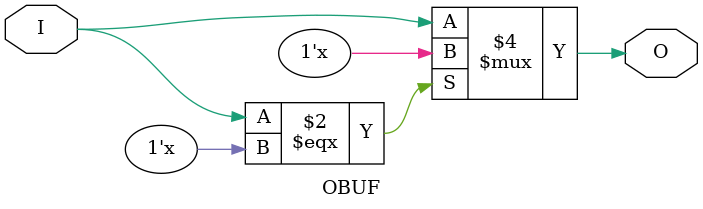
<source format=v>

/*

FUNCTION	: OUTPUT BUFFER

*/

`timescale  100 ps / 10 ps

`celldefine

module OBUF (O, I);


    output O;
    reg    O;

    input  I;

    always @(I)
	if (I === 1'bz)
	   #1 O = 1'bz;
	else
	   #1 O = I;

    specify
    endspecify

endmodule

`endcelldefine

</source>
